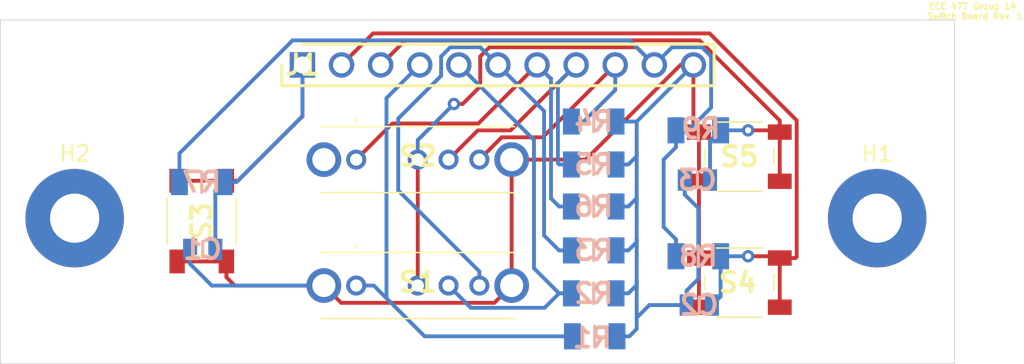
<source format=kicad_pcb>
(kicad_pcb (version 20171130) (host pcbnew "(5.1.5)-3")

  (general
    (thickness 1.6)
    (drawings 5)
    (tracks 178)
    (zones 0)
    (modules 20)
    (nets 12)
  )

  (page A4)
  (layers
    (0 F.Cu signal)
    (31 B.Cu signal)
    (32 B.Adhes user hide)
    (33 F.Adhes user hide)
    (34 B.Paste user hide)
    (35 F.Paste user hide)
    (36 B.SilkS user)
    (37 F.SilkS user)
    (38 B.Mask user)
    (39 F.Mask user)
    (40 Dwgs.User user hide)
    (41 Cmts.User user hide)
    (42 Eco1.User user hide)
    (43 Eco2.User user hide)
    (44 Edge.Cuts user)
    (45 Margin user hide)
    (46 B.CrtYd user)
    (47 F.CrtYd user)
    (48 B.Fab user)
    (49 F.Fab user hide)
  )

  (setup
    (last_trace_width 0.25)
    (trace_clearance 0.2)
    (zone_clearance 0.508)
    (zone_45_only no)
    (trace_min 0.2)
    (via_size 0.8)
    (via_drill 0.4)
    (via_min_size 0.4)
    (via_min_drill 0.3)
    (uvia_size 0.3)
    (uvia_drill 0.1)
    (uvias_allowed no)
    (uvia_min_size 0.2)
    (uvia_min_drill 0.1)
    (edge_width 0.05)
    (segment_width 0.2)
    (pcb_text_width 0.3)
    (pcb_text_size 1.5 1.5)
    (mod_edge_width 0.12)
    (mod_text_size 1 1)
    (mod_text_width 0.15)
    (pad_size 1.524 1.524)
    (pad_drill 0.762)
    (pad_to_mask_clearance 0.051)
    (solder_mask_min_width 0.25)
    (aux_axis_origin 0 0)
    (visible_elements 7FFFFF7F)
    (pcbplotparams
      (layerselection 0x010fc_ffffffff)
      (usegerberextensions false)
      (usegerberattributes false)
      (usegerberadvancedattributes false)
      (creategerberjobfile false)
      (excludeedgelayer true)
      (linewidth 0.100000)
      (plotframeref false)
      (viasonmask false)
      (mode 1)
      (useauxorigin false)
      (hpglpennumber 1)
      (hpglpenspeed 20)
      (hpglpendiameter 15.000000)
      (psnegative false)
      (psa4output false)
      (plotreference true)
      (plotvalue true)
      (plotinvisibletext false)
      (padsonsilk false)
      (subtractmaskfromsilk false)
      (outputformat 1)
      (mirror false)
      (drillshape 1)
      (scaleselection 1)
      (outputdirectory ""))
  )

  (net 0 "")
  (net 1 "Net-(J1-Pad9)")
  (net 2 "Net-(J1-Pad8)")
  (net 3 "Net-(J1-Pad7)")
  (net 4 "Net-(J1-Pad6)")
  (net 5 "Net-(J1-Pad5)")
  (net 6 "Net-(J1-Pad4)")
  (net 7 "Net-(C1-Pad2)")
  (net 8 GND)
  (net 9 "Net-(C2-Pad2)")
  (net 10 "Net-(C3-Pad2)")
  (net 11 +3V3)

  (net_class Default "This is the default net class."
    (clearance 0.2)
    (trace_width 0.25)
    (via_dia 0.8)
    (via_drill 0.4)
    (uvia_dia 0.3)
    (uvia_drill 0.1)
    (add_net +3V3)
    (add_net GND)
    (add_net "Net-(C1-Pad2)")
    (add_net "Net-(C2-Pad2)")
    (add_net "Net-(C3-Pad2)")
    (add_net "Net-(J1-Pad4)")
    (add_net "Net-(J1-Pad5)")
    (add_net "Net-(J1-Pad6)")
    (add_net "Net-(J1-Pad7)")
    (add_net "Net-(J1-Pad8)")
    (add_net "Net-(J1-Pad9)")
  )

  (module SamacSys_Parts:PTS647SM50SMTR2LFS (layer F.Cu) (tedit 0) (tstamp 617049EA)
    (at 138.2395 64.7065)
    (descr PTS647SM50SMTR2LFS-2)
    (tags Switch)
    (path /6177922F)
    (attr smd)
    (fp_text reference S5 (at 0 0) (layer F.SilkS)
      (effects (font (size 1.27 1.27) (thickness 0.254)))
    )
    (fp_text value PTS647SM50SMTR2LFS (at 0 0) (layer F.SilkS) hide
      (effects (font (size 1.27 1.27) (thickness 0.254)))
    )
    (fp_line (start 2.25 -0.5) (end 2.25 0.5) (layer F.SilkS) (width 0.1))
    (fp_line (start -1.5 2.25) (end 1.5 2.25) (layer F.SilkS) (width 0.1))
    (fp_line (start -2.25 -0.5) (end -2.25 0.5) (layer F.SilkS) (width 0.1))
    (fp_line (start -1.5 -2.25) (end 1.5 -2.25) (layer F.SilkS) (width 0.1))
    (fp_line (start -4.4 3.25) (end -4.4 -3.25) (layer F.CrtYd) (width 0.1))
    (fp_line (start 4.4 3.25) (end -4.4 3.25) (layer F.CrtYd) (width 0.1))
    (fp_line (start 4.4 -3.25) (end 4.4 3.25) (layer F.CrtYd) (width 0.1))
    (fp_line (start -4.4 -3.25) (end 4.4 -3.25) (layer F.CrtYd) (width 0.1))
    (fp_line (start -2.25 2.25) (end -2.25 -2.25) (layer F.Fab) (width 0.2))
    (fp_line (start 2.25 2.25) (end -2.25 2.25) (layer F.Fab) (width 0.2))
    (fp_line (start 2.25 -2.25) (end 2.25 2.25) (layer F.Fab) (width 0.2))
    (fp_line (start -2.25 -2.25) (end 2.25 -2.25) (layer F.Fab) (width 0.2))
    (fp_text user %R (at 0 0) (layer F.Fab)
      (effects (font (size 1.27 1.27) (thickness 0.254)))
    )
    (pad 4 smd rect (at 2.625 -1.6 90) (size 1 1.55) (layers F.Cu F.Paste F.Mask)
      (net 10 "Net-(C3-Pad2)"))
    (pad 3 smd rect (at 2.625 1.6 90) (size 1 1.55) (layers F.Cu F.Paste F.Mask)
      (net 10 "Net-(C3-Pad2)"))
    (pad 2 smd rect (at -2.625 1.6 90) (size 1 1.55) (layers F.Cu F.Paste F.Mask)
      (net 8 GND))
    (pad 1 smd rect (at -2.625 -1.6 90) (size 1 1.55) (layers F.Cu F.Paste F.Mask)
      (net 8 GND))
    (model C:\Users\agf20\Downloads\ZLDO1117K33TC-pcb-part-libraries\SamacSys_Parts.3dshapes\PTS647SM50SMTR2LFS.stp
      (at (xyz 0 0 0))
      (scale (xyz 1 1 1))
      (rotate (xyz 0 0 0))
    )
  )

  (module SamacSys_Parts:PTS647SM50SMTR2LFS (layer F.Cu) (tedit 0) (tstamp 617049D5)
    (at 138.2395 72.898)
    (descr PTS647SM50SMTR2LFS-2)
    (tags Switch)
    (path /61776EC6)
    (attr smd)
    (fp_text reference S4 (at -0.1105 0) (layer F.SilkS)
      (effects (font (size 1.27 1.27) (thickness 0.254)))
    )
    (fp_text value PTS647SM50SMTR2LFS (at 0 0) (layer F.SilkS) hide
      (effects (font (size 1.27 1.27) (thickness 0.254)))
    )
    (fp_line (start 2.25 -0.5) (end 2.25 0.5) (layer F.SilkS) (width 0.1))
    (fp_line (start -1.5 2.25) (end 1.5 2.25) (layer F.SilkS) (width 0.1))
    (fp_line (start -2.25 -0.5) (end -2.25 0.5) (layer F.SilkS) (width 0.1))
    (fp_line (start -1.5 -2.25) (end 1.5 -2.25) (layer F.SilkS) (width 0.1))
    (fp_line (start -4.4 3.25) (end -4.4 -3.25) (layer F.CrtYd) (width 0.1))
    (fp_line (start 4.4 3.25) (end -4.4 3.25) (layer F.CrtYd) (width 0.1))
    (fp_line (start 4.4 -3.25) (end 4.4 3.25) (layer F.CrtYd) (width 0.1))
    (fp_line (start -4.4 -3.25) (end 4.4 -3.25) (layer F.CrtYd) (width 0.1))
    (fp_line (start -2.25 2.25) (end -2.25 -2.25) (layer F.Fab) (width 0.2))
    (fp_line (start 2.25 2.25) (end -2.25 2.25) (layer F.Fab) (width 0.2))
    (fp_line (start 2.25 -2.25) (end 2.25 2.25) (layer F.Fab) (width 0.2))
    (fp_line (start -2.25 -2.25) (end 2.25 -2.25) (layer F.Fab) (width 0.2))
    (fp_text user %R (at 0 0) (layer F.Fab)
      (effects (font (size 1.27 1.27) (thickness 0.254)))
    )
    (pad 4 smd rect (at 2.625 -1.6 90) (size 1 1.55) (layers F.Cu F.Paste F.Mask)
      (net 9 "Net-(C2-Pad2)"))
    (pad 3 smd rect (at 2.625 1.6 90) (size 1 1.55) (layers F.Cu F.Paste F.Mask)
      (net 9 "Net-(C2-Pad2)"))
    (pad 2 smd rect (at -2.625 1.6 90) (size 1 1.55) (layers F.Cu F.Paste F.Mask)
      (net 8 GND))
    (pad 1 smd rect (at -2.625 -1.6 90) (size 1 1.55) (layers F.Cu F.Paste F.Mask)
      (net 8 GND))
    (model C:\Users\agf20\Downloads\ZLDO1117K33TC-pcb-part-libraries\SamacSys_Parts.3dshapes\PTS647SM50SMTR2LFS.stp
      (at (xyz 0 0 0))
      (scale (xyz 1 1 1))
      (rotate (xyz 0 0 0))
    )
  )

  (module SamacSys_Parts:PTS647SM50SMTR2LFS (layer F.Cu) (tedit 0) (tstamp 617049C0)
    (at 103.3145 68.8975 90)
    (descr PTS647SM50SMTR2LFS-2)
    (tags Switch)
    (path /616AAC5F)
    (attr smd)
    (fp_text reference S3 (at 0 0 90) (layer F.SilkS)
      (effects (font (size 1.27 1.27) (thickness 0.254)))
    )
    (fp_text value PTS647SM50SMTR2LFS (at 0 0 90) (layer F.SilkS) hide
      (effects (font (size 1.27 1.27) (thickness 0.254)))
    )
    (fp_line (start 2.25 -0.5) (end 2.25 0.5) (layer F.SilkS) (width 0.1))
    (fp_line (start -1.5 2.25) (end 1.5 2.25) (layer F.SilkS) (width 0.1))
    (fp_line (start -2.25 -0.5) (end -2.25 0.5) (layer F.SilkS) (width 0.1))
    (fp_line (start -1.5 -2.25) (end 1.5 -2.25) (layer F.SilkS) (width 0.1))
    (fp_line (start -4.4 3.25) (end -4.4 -3.25) (layer F.CrtYd) (width 0.1))
    (fp_line (start 4.4 3.25) (end -4.4 3.25) (layer F.CrtYd) (width 0.1))
    (fp_line (start 4.4 -3.25) (end 4.4 3.25) (layer F.CrtYd) (width 0.1))
    (fp_line (start -4.4 -3.25) (end 4.4 -3.25) (layer F.CrtYd) (width 0.1))
    (fp_line (start -2.25 2.25) (end -2.25 -2.25) (layer F.Fab) (width 0.2))
    (fp_line (start 2.25 2.25) (end -2.25 2.25) (layer F.Fab) (width 0.2))
    (fp_line (start 2.25 -2.25) (end 2.25 2.25) (layer F.Fab) (width 0.2))
    (fp_line (start -2.25 -2.25) (end 2.25 -2.25) (layer F.Fab) (width 0.2))
    (fp_text user %R (at 0 0 90) (layer F.Fab)
      (effects (font (size 1.27 1.27) (thickness 0.254)))
    )
    (pad 4 smd rect (at 2.625 -1.6 180) (size 1 1.55) (layers F.Cu F.Paste F.Mask)
      (net 7 "Net-(C1-Pad2)"))
    (pad 3 smd rect (at 2.625 1.6 180) (size 1 1.55) (layers F.Cu F.Paste F.Mask)
      (net 7 "Net-(C1-Pad2)"))
    (pad 2 smd rect (at -2.625 1.6 180) (size 1 1.55) (layers F.Cu F.Paste F.Mask)
      (net 8 GND))
    (pad 1 smd rect (at -2.625 -1.6 180) (size 1 1.55) (layers F.Cu F.Paste F.Mask)
      (net 8 GND))
    (model C:\Users\agf20\Downloads\ZLDO1117K33TC-pcb-part-libraries\SamacSys_Parts.3dshapes\PTS647SM50SMTR2LFS.stp
      (at (xyz 0 0 0))
      (scale (xyz 1 1 1))
      (rotate (xyz 0 0 0))
    )
  )

  (module buttons:switch (layer F.Cu) (tedit 0) (tstamp 617049AB)
    (at 117.348 64.897)
    (descr OS103011MS8QP1)
    (tags Switch)
    (path /6164DD98)
    (fp_text reference S2 (at 0 -0.225) (layer F.SilkS)
      (effects (font (size 1.27 1.27) (thickness 0.254)))
    )
    (fp_text value switch (at 0 -0.225) (layer F.SilkS) hide
      (effects (font (size 1.27 1.27) (thickness 0.254)))
    )
    (fp_arc (start -4 -2.55) (end -4 -2.6) (angle 180) (layer F.SilkS) (width 0.1))
    (fp_arc (start -4 -2.55) (end -4 -2.5) (angle 180) (layer F.SilkS) (width 0.1))
    (fp_line (start -4 -2.6) (end -4 -2.6) (layer F.SilkS) (width 0.1))
    (fp_line (start -4 -2.5) (end -4 -2.5) (layer F.SilkS) (width 0.1))
    (fp_line (start -6.3 -2.15) (end 6.3 -2.15) (layer F.SilkS) (width 0.1))
    (fp_line (start -6.3 2.15) (end 6.3 2.15) (layer F.SilkS) (width 0.1))
    (fp_line (start -8.225 3.15) (end -8.225 -3.6) (layer F.CrtYd) (width 0.1))
    (fp_line (start 8.225 3.15) (end -8.225 3.15) (layer F.CrtYd) (width 0.1))
    (fp_line (start 8.225 -3.6) (end 8.225 3.15) (layer F.CrtYd) (width 0.1))
    (fp_line (start -8.225 -3.6) (end 8.225 -3.6) (layer F.CrtYd) (width 0.1))
    (fp_line (start -6.3 2.15) (end -6.3 -2.15) (layer F.Fab) (width 0.2))
    (fp_line (start 6.3 2.15) (end -6.3 2.15) (layer F.Fab) (width 0.2))
    (fp_line (start 6.3 -2.15) (end 6.3 2.15) (layer F.Fab) (width 0.2))
    (fp_line (start -6.3 -2.15) (end 6.3 -2.15) (layer F.Fab) (width 0.2))
    (fp_text user %R (at 0 -0.225) (layer F.Fab)
      (effects (font (size 1.27 1.27) (thickness 0.254)))
    )
    (pad 6 thru_hole circle (at 6.1 0) (size 2.25 2.25) (drill 1.5) (layers *.Cu *.Mask)
      (net 8 GND))
    (pad 5 thru_hole circle (at -6.1 0) (size 2.25 2.25) (drill 1.5) (layers *.Cu *.Mask)
      (net 8 GND))
    (pad 4 thru_hole circle (at 4 0) (size 1.3 1.3) (drill 0.8) (layers *.Cu *.Mask)
      (net 1 "Net-(J1-Pad9)"))
    (pad 3 thru_hole circle (at 2 0) (size 1.3 1.3) (drill 0.8) (layers *.Cu *.Mask)
      (net 2 "Net-(J1-Pad8)"))
    (pad 2 thru_hole circle (at 0 0) (size 1.3 1.3) (drill 0.8) (layers *.Cu *.Mask)
      (net 11 +3V3))
    (pad 1 thru_hole circle (at -4 0) (size 1.3 1.3) (drill 0.8) (layers *.Cu *.Mask)
      (net 3 "Net-(J1-Pad7)"))
    (model C:\Users\munse\Downloads\SamacSys_Parts.3dshapes\OS103011MS8QP1.stp
      (at (xyz 0 0 0))
      (scale (xyz 1 1 1))
      (rotate (xyz 0 0 0))
    )
  )

  (module buttons:switch (layer F.Cu) (tedit 0) (tstamp 61704992)
    (at 117.348 73.0885)
    (descr OS103011MS8QP1)
    (tags Switch)
    (path /6164C06F)
    (fp_text reference S1 (at 0 -0.225) (layer F.SilkS)
      (effects (font (size 1.27 1.27) (thickness 0.254)))
    )
    (fp_text value switch (at 0 -0.225) (layer F.SilkS) hide
      (effects (font (size 1.27 1.27) (thickness 0.254)))
    )
    (fp_arc (start -4 -2.55) (end -4 -2.6) (angle 180) (layer F.SilkS) (width 0.1))
    (fp_arc (start -4 -2.55) (end -4 -2.5) (angle 180) (layer F.SilkS) (width 0.1))
    (fp_line (start -4 -2.6) (end -4 -2.6) (layer F.SilkS) (width 0.1))
    (fp_line (start -4 -2.5) (end -4 -2.5) (layer F.SilkS) (width 0.1))
    (fp_line (start -6.3 -2.15) (end 6.3 -2.15) (layer F.SilkS) (width 0.1))
    (fp_line (start -6.3 2.15) (end 6.3 2.15) (layer F.SilkS) (width 0.1))
    (fp_line (start -8.225 3.15) (end -8.225 -3.6) (layer F.CrtYd) (width 0.1))
    (fp_line (start 8.225 3.15) (end -8.225 3.15) (layer F.CrtYd) (width 0.1))
    (fp_line (start 8.225 -3.6) (end 8.225 3.15) (layer F.CrtYd) (width 0.1))
    (fp_line (start -8.225 -3.6) (end 8.225 -3.6) (layer F.CrtYd) (width 0.1))
    (fp_line (start -6.3 2.15) (end -6.3 -2.15) (layer F.Fab) (width 0.2))
    (fp_line (start 6.3 2.15) (end -6.3 2.15) (layer F.Fab) (width 0.2))
    (fp_line (start 6.3 -2.15) (end 6.3 2.15) (layer F.Fab) (width 0.2))
    (fp_line (start -6.3 -2.15) (end 6.3 -2.15) (layer F.Fab) (width 0.2))
    (fp_text user %R (at 0 -0.225) (layer F.Fab)
      (effects (font (size 1.27 1.27) (thickness 0.254)))
    )
    (pad 6 thru_hole circle (at 6.1 0) (size 2.25 2.25) (drill 1.5) (layers *.Cu *.Mask)
      (net 8 GND))
    (pad 5 thru_hole circle (at -6.1 0) (size 2.25 2.25) (drill 1.5) (layers *.Cu *.Mask)
      (net 8 GND))
    (pad 4 thru_hole circle (at 4 0) (size 1.3 1.3) (drill 0.8) (layers *.Cu *.Mask)
      (net 4 "Net-(J1-Pad6)"))
    (pad 3 thru_hole circle (at 2 0) (size 1.3 1.3) (drill 0.8) (layers *.Cu *.Mask)
      (net 5 "Net-(J1-Pad5)"))
    (pad 2 thru_hole circle (at 0 0) (size 1.3 1.3) (drill 0.8) (layers *.Cu *.Mask)
      (net 11 +3V3))
    (pad 1 thru_hole circle (at -4 0) (size 1.3 1.3) (drill 0.8) (layers *.Cu *.Mask)
      (net 6 "Net-(J1-Pad4)"))
    (model C:\Users\munse\Downloads\SamacSys_Parts.3dshapes\OS103011MS8QP1.stp
      (at (xyz 0 0 0))
      (scale (xyz 1 1 1))
      (rotate (xyz 0 0 0))
    )
  )

  (module SamacSys_Parts:RESC3116X70N (layer B.Cu) (tedit 0) (tstamp 61704979)
    (at 135.5725 62.992 180)
    (descr ERJ-UP8F6800V)
    (tags Resistor)
    (path /6177B9C3)
    (attr smd)
    (fp_text reference R9 (at -0.1645 0.1135) (layer B.SilkS)
      (effects (font (size 1.27 1.27) (thickness 0.254)) (justify mirror))
    )
    (fp_text value 100k (at 0 0) (layer B.SilkS) hide
      (effects (font (size 1.27 1.27) (thickness 0.254)) (justify mirror))
    )
    (fp_line (start 0 0.675) (end 0 -0.675) (layer B.SilkS) (width 0.2))
    (fp_line (start -1.562 -0.775) (end -1.562 0.775) (layer B.Fab) (width 0.1))
    (fp_line (start 1.562 -0.775) (end -1.562 -0.775) (layer B.Fab) (width 0.1))
    (fp_line (start 1.562 0.775) (end 1.562 -0.775) (layer B.Fab) (width 0.1))
    (fp_line (start -1.562 0.775) (end 1.562 0.775) (layer B.Fab) (width 0.1))
    (fp_line (start -2.25 -1.1) (end -2.25 1.1) (layer B.CrtYd) (width 0.05))
    (fp_line (start 2.25 -1.1) (end -2.25 -1.1) (layer B.CrtYd) (width 0.05))
    (fp_line (start 2.25 1.1) (end 2.25 -1.1) (layer B.CrtYd) (width 0.05))
    (fp_line (start -2.25 1.1) (end 2.25 1.1) (layer B.CrtYd) (width 0.05))
    (fp_text user %R (at 0 0) (layer B.Fab)
      (effects (font (size 1.27 1.27) (thickness 0.254)) (justify mirror))
    )
    (pad 2 smd rect (at 1.45 0 180) (size 1.1 1.7) (layers B.Cu B.Paste B.Mask)
      (net 11 +3V3))
    (pad 1 smd rect (at -1.45 0 180) (size 1.1 1.7) (layers B.Cu B.Paste B.Mask)
      (net 10 "Net-(C3-Pad2)"))
    (model C:\Users\agf20\Downloads\ZLDO1117K33TC-pcb-part-libraries\SamacSys_Parts.3dshapes\ERJ-UP8F6800V.stp
      (at (xyz 0 0 0))
      (scale (xyz 1 1 1))
      (rotate (xyz 0 0 0))
    )
  )

  (module SamacSys_Parts:RESC3116X70N (layer B.Cu) (tedit 0) (tstamp 61704969)
    (at 135.5725 71.1835 180)
    (descr ERJ-UP8F6800V)
    (tags Resistor)
    (path /6177B243)
    (attr smd)
    (fp_text reference R8 (at 0 0) (layer B.SilkS)
      (effects (font (size 1.27 1.27) (thickness 0.254)) (justify mirror))
    )
    (fp_text value 100k (at 0 0) (layer B.SilkS) hide
      (effects (font (size 1.27 1.27) (thickness 0.254)) (justify mirror))
    )
    (fp_line (start 0 0.675) (end 0 -0.675) (layer B.SilkS) (width 0.2))
    (fp_line (start -1.562 -0.775) (end -1.562 0.775) (layer B.Fab) (width 0.1))
    (fp_line (start 1.562 -0.775) (end -1.562 -0.775) (layer B.Fab) (width 0.1))
    (fp_line (start 1.562 0.775) (end 1.562 -0.775) (layer B.Fab) (width 0.1))
    (fp_line (start -1.562 0.775) (end 1.562 0.775) (layer B.Fab) (width 0.1))
    (fp_line (start -2.25 -1.1) (end -2.25 1.1) (layer B.CrtYd) (width 0.05))
    (fp_line (start 2.25 -1.1) (end -2.25 -1.1) (layer B.CrtYd) (width 0.05))
    (fp_line (start 2.25 1.1) (end 2.25 -1.1) (layer B.CrtYd) (width 0.05))
    (fp_line (start -2.25 1.1) (end 2.25 1.1) (layer B.CrtYd) (width 0.05))
    (fp_text user %R (at 0 0) (layer B.Fab)
      (effects (font (size 1.27 1.27) (thickness 0.254)) (justify mirror))
    )
    (pad 2 smd rect (at 1.45 0 180) (size 1.1 1.7) (layers B.Cu B.Paste B.Mask)
      (net 11 +3V3))
    (pad 1 smd rect (at -1.45 0 180) (size 1.1 1.7) (layers B.Cu B.Paste B.Mask)
      (net 9 "Net-(C2-Pad2)"))
    (model C:\Users\agf20\Downloads\ZLDO1117K33TC-pcb-part-libraries\SamacSys_Parts.3dshapes\ERJ-UP8F6800V.stp
      (at (xyz 0 0 0))
      (scale (xyz 1 1 1))
      (rotate (xyz 0 0 0))
    )
  )

  (module SamacSys_Parts:RESC3116X70N (layer B.Cu) (tedit 0) (tstamp 61704959)
    (at 103.3145 66.3575 180)
    (descr ERJ-UP8F6800V)
    (tags Resistor)
    (path /616971F3)
    (attr smd)
    (fp_text reference R7 (at 0 0) (layer B.SilkS)
      (effects (font (size 1.27 1.27) (thickness 0.254)) (justify mirror))
    )
    (fp_text value 100k (at 0 0) (layer B.SilkS) hide
      (effects (font (size 1.27 1.27) (thickness 0.254)) (justify mirror))
    )
    (fp_line (start 0 0.675) (end 0 -0.675) (layer B.SilkS) (width 0.2))
    (fp_line (start -1.562 -0.775) (end -1.562 0.775) (layer B.Fab) (width 0.1))
    (fp_line (start 1.562 -0.775) (end -1.562 -0.775) (layer B.Fab) (width 0.1))
    (fp_line (start 1.562 0.775) (end 1.562 -0.775) (layer B.Fab) (width 0.1))
    (fp_line (start -1.562 0.775) (end 1.562 0.775) (layer B.Fab) (width 0.1))
    (fp_line (start -2.25 -1.1) (end -2.25 1.1) (layer B.CrtYd) (width 0.05))
    (fp_line (start 2.25 -1.1) (end -2.25 -1.1) (layer B.CrtYd) (width 0.05))
    (fp_line (start 2.25 1.1) (end 2.25 -1.1) (layer B.CrtYd) (width 0.05))
    (fp_line (start -2.25 1.1) (end 2.25 1.1) (layer B.CrtYd) (width 0.05))
    (fp_text user %R (at 0 0) (layer B.Fab)
      (effects (font (size 1.27 1.27) (thickness 0.254)) (justify mirror))
    )
    (pad 2 smd rect (at 1.45 0 180) (size 1.1 1.7) (layers B.Cu B.Paste B.Mask)
      (net 11 +3V3))
    (pad 1 smd rect (at -1.45 0 180) (size 1.1 1.7) (layers B.Cu B.Paste B.Mask)
      (net 7 "Net-(C1-Pad2)"))
    (model C:\Users\agf20\Downloads\ZLDO1117K33TC-pcb-part-libraries\SamacSys_Parts.3dshapes\ERJ-UP8F6800V.stp
      (at (xyz 0 0 0))
      (scale (xyz 1 1 1))
      (rotate (xyz 0 0 0))
    )
  )

  (module SamacSys_Parts:RESC3116X70N (layer B.Cu) (tedit 0) (tstamp 61704949)
    (at 128.778 67.945)
    (descr ERJ-UP8F6800V)
    (tags Resistor)
    (path /61660EE1)
    (attr smd)
    (fp_text reference R6 (at 0 0) (layer B.SilkS)
      (effects (font (size 1.27 1.27) (thickness 0.254)) (justify mirror))
    )
    (fp_text value 100k (at 0 0) (layer B.SilkS) hide
      (effects (font (size 1.27 1.27) (thickness 0.254)) (justify mirror))
    )
    (fp_line (start 0 0.675) (end 0 -0.675) (layer B.SilkS) (width 0.2))
    (fp_line (start -1.562 -0.775) (end -1.562 0.775) (layer B.Fab) (width 0.1))
    (fp_line (start 1.562 -0.775) (end -1.562 -0.775) (layer B.Fab) (width 0.1))
    (fp_line (start 1.562 0.775) (end 1.562 -0.775) (layer B.Fab) (width 0.1))
    (fp_line (start -1.562 0.775) (end 1.562 0.775) (layer B.Fab) (width 0.1))
    (fp_line (start -2.25 -1.1) (end -2.25 1.1) (layer B.CrtYd) (width 0.05))
    (fp_line (start 2.25 -1.1) (end -2.25 -1.1) (layer B.CrtYd) (width 0.05))
    (fp_line (start 2.25 1.1) (end 2.25 -1.1) (layer B.CrtYd) (width 0.05))
    (fp_line (start -2.25 1.1) (end 2.25 1.1) (layer B.CrtYd) (width 0.05))
    (fp_text user %R (at 0 0) (layer B.Fab)
      (effects (font (size 1.27 1.27) (thickness 0.254)) (justify mirror))
    )
    (pad 2 smd rect (at 1.45 0) (size 1.1 1.7) (layers B.Cu B.Paste B.Mask)
      (net 8 GND))
    (pad 1 smd rect (at -1.45 0) (size 1.1 1.7) (layers B.Cu B.Paste B.Mask)
      (net 3 "Net-(J1-Pad7)"))
    (model C:\Users\agf20\Downloads\ZLDO1117K33TC-pcb-part-libraries\SamacSys_Parts.3dshapes\ERJ-UP8F6800V.stp
      (at (xyz 0 0 0))
      (scale (xyz 1 1 1))
      (rotate (xyz 0 0 0))
    )
  )

  (module SamacSys_Parts:RESC3116X70N (layer B.Cu) (tedit 0) (tstamp 61704939)
    (at 128.778 65.2145)
    (descr ERJ-UP8F6800V)
    (tags Resistor)
    (path /6166153F)
    (attr smd)
    (fp_text reference R5 (at 0 0) (layer B.SilkS)
      (effects (font (size 1.27 1.27) (thickness 0.254)) (justify mirror))
    )
    (fp_text value 100k (at 0 0) (layer B.SilkS) hide
      (effects (font (size 1.27 1.27) (thickness 0.254)) (justify mirror))
    )
    (fp_line (start 0 0.675) (end 0 -0.675) (layer B.SilkS) (width 0.2))
    (fp_line (start -1.562 -0.775) (end -1.562 0.775) (layer B.Fab) (width 0.1))
    (fp_line (start 1.562 -0.775) (end -1.562 -0.775) (layer B.Fab) (width 0.1))
    (fp_line (start 1.562 0.775) (end 1.562 -0.775) (layer B.Fab) (width 0.1))
    (fp_line (start -1.562 0.775) (end 1.562 0.775) (layer B.Fab) (width 0.1))
    (fp_line (start -2.25 -1.1) (end -2.25 1.1) (layer B.CrtYd) (width 0.05))
    (fp_line (start 2.25 -1.1) (end -2.25 -1.1) (layer B.CrtYd) (width 0.05))
    (fp_line (start 2.25 1.1) (end 2.25 -1.1) (layer B.CrtYd) (width 0.05))
    (fp_line (start -2.25 1.1) (end 2.25 1.1) (layer B.CrtYd) (width 0.05))
    (fp_text user %R (at 0 0) (layer B.Fab)
      (effects (font (size 1.27 1.27) (thickness 0.254)) (justify mirror))
    )
    (pad 2 smd rect (at 1.45 0) (size 1.1 1.7) (layers B.Cu B.Paste B.Mask)
      (net 8 GND))
    (pad 1 smd rect (at -1.45 0) (size 1.1 1.7) (layers B.Cu B.Paste B.Mask)
      (net 2 "Net-(J1-Pad8)"))
    (model C:\Users\agf20\Downloads\ZLDO1117K33TC-pcb-part-libraries\SamacSys_Parts.3dshapes\ERJ-UP8F6800V.stp
      (at (xyz 0 0 0))
      (scale (xyz 1 1 1))
      (rotate (xyz 0 0 0))
    )
  )

  (module SamacSys_Parts:RESC3116X70N (layer B.Cu) (tedit 0) (tstamp 61704929)
    (at 128.778 62.4205)
    (descr ERJ-UP8F6800V)
    (tags Resistor)
    (path /616616FD)
    (attr smd)
    (fp_text reference R4 (at 0 0) (layer B.SilkS)
      (effects (font (size 1.27 1.27) (thickness 0.254)) (justify mirror))
    )
    (fp_text value 100k (at 0 0) (layer B.SilkS) hide
      (effects (font (size 1.27 1.27) (thickness 0.254)) (justify mirror))
    )
    (fp_line (start 0 0.675) (end 0 -0.675) (layer B.SilkS) (width 0.2))
    (fp_line (start -1.562 -0.775) (end -1.562 0.775) (layer B.Fab) (width 0.1))
    (fp_line (start 1.562 -0.775) (end -1.562 -0.775) (layer B.Fab) (width 0.1))
    (fp_line (start 1.562 0.775) (end 1.562 -0.775) (layer B.Fab) (width 0.1))
    (fp_line (start -1.562 0.775) (end 1.562 0.775) (layer B.Fab) (width 0.1))
    (fp_line (start -2.25 -1.1) (end -2.25 1.1) (layer B.CrtYd) (width 0.05))
    (fp_line (start 2.25 -1.1) (end -2.25 -1.1) (layer B.CrtYd) (width 0.05))
    (fp_line (start 2.25 1.1) (end 2.25 -1.1) (layer B.CrtYd) (width 0.05))
    (fp_line (start -2.25 1.1) (end 2.25 1.1) (layer B.CrtYd) (width 0.05))
    (fp_text user %R (at 0 0) (layer B.Fab)
      (effects (font (size 1.27 1.27) (thickness 0.254)) (justify mirror))
    )
    (pad 2 smd rect (at 1.45 0) (size 1.1 1.7) (layers B.Cu B.Paste B.Mask)
      (net 8 GND))
    (pad 1 smd rect (at -1.45 0) (size 1.1 1.7) (layers B.Cu B.Paste B.Mask)
      (net 1 "Net-(J1-Pad9)"))
    (model C:\Users\agf20\Downloads\ZLDO1117K33TC-pcb-part-libraries\SamacSys_Parts.3dshapes\ERJ-UP8F6800V.stp
      (at (xyz 0 0 0))
      (scale (xyz 1 1 1))
      (rotate (xyz 0 0 0))
    )
  )

  (module SamacSys_Parts:RESC3116X70N (layer B.Cu) (tedit 0) (tstamp 61704919)
    (at 128.778 70.8025)
    (descr ERJ-UP8F6800V)
    (tags Resistor)
    (path /61660E97)
    (attr smd)
    (fp_text reference R3 (at 0 0) (layer B.SilkS)
      (effects (font (size 1.27 1.27) (thickness 0.254)) (justify mirror))
    )
    (fp_text value 100k (at 0 0) (layer B.SilkS) hide
      (effects (font (size 1.27 1.27) (thickness 0.254)) (justify mirror))
    )
    (fp_line (start 0 0.675) (end 0 -0.675) (layer B.SilkS) (width 0.2))
    (fp_line (start -1.562 -0.775) (end -1.562 0.775) (layer B.Fab) (width 0.1))
    (fp_line (start 1.562 -0.775) (end -1.562 -0.775) (layer B.Fab) (width 0.1))
    (fp_line (start 1.562 0.775) (end 1.562 -0.775) (layer B.Fab) (width 0.1))
    (fp_line (start -1.562 0.775) (end 1.562 0.775) (layer B.Fab) (width 0.1))
    (fp_line (start -2.25 -1.1) (end -2.25 1.1) (layer B.CrtYd) (width 0.05))
    (fp_line (start 2.25 -1.1) (end -2.25 -1.1) (layer B.CrtYd) (width 0.05))
    (fp_line (start 2.25 1.1) (end 2.25 -1.1) (layer B.CrtYd) (width 0.05))
    (fp_line (start -2.25 1.1) (end 2.25 1.1) (layer B.CrtYd) (width 0.05))
    (fp_text user %R (at 0 0) (layer B.Fab)
      (effects (font (size 1.27 1.27) (thickness 0.254)) (justify mirror))
    )
    (pad 2 smd rect (at 1.45 0) (size 1.1 1.7) (layers B.Cu B.Paste B.Mask)
      (net 8 GND))
    (pad 1 smd rect (at -1.45 0) (size 1.1 1.7) (layers B.Cu B.Paste B.Mask)
      (net 4 "Net-(J1-Pad6)"))
    (model C:\Users\agf20\Downloads\ZLDO1117K33TC-pcb-part-libraries\SamacSys_Parts.3dshapes\ERJ-UP8F6800V.stp
      (at (xyz 0 0 0))
      (scale (xyz 1 1 1))
      (rotate (xyz 0 0 0))
    )
  )

  (module SamacSys_Parts:RESC3116X70N (layer B.Cu) (tedit 0) (tstamp 61704909)
    (at 128.778 73.5965)
    (descr ERJ-UP8F6800V)
    (tags Resistor)
    (path /61660A95)
    (attr smd)
    (fp_text reference R2 (at 0 0) (layer B.SilkS)
      (effects (font (size 1.27 1.27) (thickness 0.254)) (justify mirror))
    )
    (fp_text value 100k (at 0 0) (layer B.SilkS) hide
      (effects (font (size 1.27 1.27) (thickness 0.254)) (justify mirror))
    )
    (fp_line (start 0 0.675) (end 0 -0.675) (layer B.SilkS) (width 0.2))
    (fp_line (start -1.562 -0.775) (end -1.562 0.775) (layer B.Fab) (width 0.1))
    (fp_line (start 1.562 -0.775) (end -1.562 -0.775) (layer B.Fab) (width 0.1))
    (fp_line (start 1.562 0.775) (end 1.562 -0.775) (layer B.Fab) (width 0.1))
    (fp_line (start -1.562 0.775) (end 1.562 0.775) (layer B.Fab) (width 0.1))
    (fp_line (start -2.25 -1.1) (end -2.25 1.1) (layer B.CrtYd) (width 0.05))
    (fp_line (start 2.25 -1.1) (end -2.25 -1.1) (layer B.CrtYd) (width 0.05))
    (fp_line (start 2.25 1.1) (end 2.25 -1.1) (layer B.CrtYd) (width 0.05))
    (fp_line (start -2.25 1.1) (end 2.25 1.1) (layer B.CrtYd) (width 0.05))
    (fp_text user %R (at 0 0) (layer B.Fab)
      (effects (font (size 1.27 1.27) (thickness 0.254)) (justify mirror))
    )
    (pad 2 smd rect (at 1.45 0) (size 1.1 1.7) (layers B.Cu B.Paste B.Mask)
      (net 8 GND))
    (pad 1 smd rect (at -1.45 0) (size 1.1 1.7) (layers B.Cu B.Paste B.Mask)
      (net 5 "Net-(J1-Pad5)"))
    (model C:\Users\agf20\Downloads\ZLDO1117K33TC-pcb-part-libraries\SamacSys_Parts.3dshapes\ERJ-UP8F6800V.stp
      (at (xyz 0 0 0))
      (scale (xyz 1 1 1))
      (rotate (xyz 0 0 0))
    )
  )

  (module SamacSys_Parts:RESC3116X70N (layer B.Cu) (tedit 0) (tstamp 617048F9)
    (at 128.8415 76.3905)
    (descr ERJ-UP8F6800V)
    (tags Resistor)
    (path /6165A726)
    (attr smd)
    (fp_text reference R1 (at -0.1645 0.102) (layer B.SilkS)
      (effects (font (size 1.27 1.27) (thickness 0.254)) (justify mirror))
    )
    (fp_text value 100k (at 0 0) (layer B.SilkS) hide
      (effects (font (size 1.27 1.27) (thickness 0.254)) (justify mirror))
    )
    (fp_line (start 0 0.675) (end 0 -0.675) (layer B.SilkS) (width 0.2))
    (fp_line (start -1.562 -0.775) (end -1.562 0.775) (layer B.Fab) (width 0.1))
    (fp_line (start 1.562 -0.775) (end -1.562 -0.775) (layer B.Fab) (width 0.1))
    (fp_line (start 1.562 0.775) (end 1.562 -0.775) (layer B.Fab) (width 0.1))
    (fp_line (start -1.562 0.775) (end 1.562 0.775) (layer B.Fab) (width 0.1))
    (fp_line (start -2.25 -1.1) (end -2.25 1.1) (layer B.CrtYd) (width 0.05))
    (fp_line (start 2.25 -1.1) (end -2.25 -1.1) (layer B.CrtYd) (width 0.05))
    (fp_line (start 2.25 1.1) (end 2.25 -1.1) (layer B.CrtYd) (width 0.05))
    (fp_line (start -2.25 1.1) (end 2.25 1.1) (layer B.CrtYd) (width 0.05))
    (fp_text user %R (at 0 0) (layer B.Fab)
      (effects (font (size 1.27 1.27) (thickness 0.254)) (justify mirror))
    )
    (pad 2 smd rect (at 1.45 0) (size 1.1 1.7) (layers B.Cu B.Paste B.Mask)
      (net 8 GND))
    (pad 1 smd rect (at -1.45 0) (size 1.1 1.7) (layers B.Cu B.Paste B.Mask)
      (net 6 "Net-(J1-Pad4)"))
    (model C:\Users\agf20\Downloads\ZLDO1117K33TC-pcb-part-libraries\SamacSys_Parts.3dshapes\ERJ-UP8F6800V.stp
      (at (xyz 0 0 0))
      (scale (xyz 1 1 1))
      (rotate (xyz 0 0 0))
    )
  )

  (module buttons:HDRV11W62P0X254_1X11_2794X240X853P (layer F.Cu) (tedit 0) (tstamp 617048E9)
    (at 109.855 58.7375)
    (descr 77311-118-11LF)
    (tags Connector)
    (path /617A2208)
    (fp_text reference J1 (at 0 0) (layer F.SilkS)
      (effects (font (size 1.27 1.27) (thickness 0.254)))
    )
    (fp_text value 77311-862-11LF (at 0 0) (layer F.SilkS) hide
      (effects (font (size 1.27 1.27) (thickness 0.254)))
    )
    (fp_line (start 26.745 -1.35) (end 0 -1.35) (layer F.SilkS) (width 0.2))
    (fp_line (start 26.745 1.35) (end 26.745 -1.35) (layer F.SilkS) (width 0.2))
    (fp_line (start -1.345 1.35) (end 26.745 1.35) (layer F.SilkS) (width 0.2))
    (fp_line (start -1.345 0) (end -1.345 1.35) (layer F.SilkS) (width 0.2))
    (fp_line (start 26.745 1.35) (end -1.345 1.35) (layer F.Fab) (width 0.1))
    (fp_line (start 26.745 -1.35) (end 26.745 1.35) (layer F.Fab) (width 0.1))
    (fp_line (start -1.345 -1.35) (end 26.745 -1.35) (layer F.Fab) (width 0.1))
    (fp_line (start -1.345 1.35) (end -1.345 -1.35) (layer F.Fab) (width 0.1))
    (fp_line (start 26.995 1.6) (end -1.595 1.6) (layer F.CrtYd) (width 0.05))
    (fp_line (start 26.995 -1.6) (end 26.995 1.6) (layer F.CrtYd) (width 0.05))
    (fp_line (start -1.595 -1.6) (end 26.995 -1.6) (layer F.CrtYd) (width 0.05))
    (fp_line (start -1.595 1.6) (end -1.595 -1.6) (layer F.CrtYd) (width 0.05))
    (fp_text user %R (at 0 0) (layer F.Fab)
      (effects (font (size 1.27 1.27) (thickness 0.254)))
    )
    (pad 11 thru_hole circle (at 25.4 0) (size 1.65 1.65) (drill 1.1) (layers *.Cu *.Mask)
      (net 8 GND))
    (pad 10 thru_hole circle (at 22.86 0) (size 1.65 1.65) (drill 1.1) (layers *.Cu *.Mask)
      (net 11 +3V3))
    (pad 9 thru_hole circle (at 20.32 0) (size 1.65 1.65) (drill 1.1) (layers *.Cu *.Mask)
      (net 1 "Net-(J1-Pad9)"))
    (pad 8 thru_hole circle (at 17.78 0) (size 1.65 1.65) (drill 1.1) (layers *.Cu *.Mask)
      (net 2 "Net-(J1-Pad8)"))
    (pad 7 thru_hole circle (at 15.24 0) (size 1.65 1.65) (drill 1.1) (layers *.Cu *.Mask)
      (net 3 "Net-(J1-Pad7)"))
    (pad 6 thru_hole circle (at 12.7 0) (size 1.65 1.65) (drill 1.1) (layers *.Cu *.Mask)
      (net 4 "Net-(J1-Pad6)"))
    (pad 5 thru_hole circle (at 10.16 0) (size 1.65 1.65) (drill 1.1) (layers *.Cu *.Mask)
      (net 5 "Net-(J1-Pad5)"))
    (pad 4 thru_hole circle (at 7.62 0) (size 1.65 1.65) (drill 1.1) (layers *.Cu *.Mask)
      (net 6 "Net-(J1-Pad4)"))
    (pad 3 thru_hole circle (at 5.08 0) (size 1.65 1.65) (drill 1.1) (layers *.Cu *.Mask)
      (net 10 "Net-(C3-Pad2)"))
    (pad 2 thru_hole circle (at 2.54 0) (size 1.65 1.65) (drill 1.1) (layers *.Cu *.Mask)
      (net 9 "Net-(C2-Pad2)"))
    (pad 1 thru_hole rect (at 0 0) (size 1.65 1.65) (drill 1.1) (layers *.Cu *.Mask)
      (net 7 "Net-(C1-Pad2)"))
    (model C:\Users\munse\Downloads\SamacSys_Parts.3dshapes\77311-862-11LF.stp
      (at (xyz 0 0 0))
      (scale (xyz 1 1 1))
      (rotate (xyz 0 0 0))
    )
  )

  (module buttons:MountingHole_3.2mm_M3_Pad (layer F.Cu) (tedit 56D1B4CB) (tstamp 617048CD)
    (at 95.0595 68.707)
    (descr "Mounting Hole 3.2mm, M3")
    (tags "mounting hole 3.2mm m3")
    (path /6169FA5D)
    (attr virtual)
    (fp_text reference H2 (at 0 -4.2) (layer F.SilkS)
      (effects (font (size 1 1) (thickness 0.15)))
    )
    (fp_text value MountingHole (at 0 4.2) (layer F.Fab)
      (effects (font (size 1 1) (thickness 0.15)))
    )
    (fp_circle (center 0 0) (end 3.45 0) (layer F.CrtYd) (width 0.05))
    (fp_circle (center 0 0) (end 3.2 0) (layer Cmts.User) (width 0.15))
    (fp_text user %R (at 0.3 0) (layer F.Fab)
      (effects (font (size 1 1) (thickness 0.15)))
    )
    (pad 1 thru_hole circle (at 0 0) (size 6.4 6.4) (drill 3.2) (layers *.Cu *.Mask))
  )

  (module buttons:MountingHole_3.2mm_M3_Pad (layer F.Cu) (tedit 56D1B4CB) (tstamp 617048C5)
    (at 147.193 68.707)
    (descr "Mounting Hole 3.2mm, M3")
    (tags "mounting hole 3.2mm m3")
    (path /616738A9)
    (attr virtual)
    (fp_text reference H1 (at 0 -4.2) (layer F.SilkS)
      (effects (font (size 1 1) (thickness 0.15)))
    )
    (fp_text value MountingHole (at 0 4.2) (layer F.Fab)
      (effects (font (size 1 1) (thickness 0.15)))
    )
    (fp_circle (center 0 0) (end 3.45 0) (layer F.CrtYd) (width 0.05))
    (fp_circle (center 0 0) (end 3.2 0) (layer Cmts.User) (width 0.15))
    (fp_text user %R (at 0.3 0) (layer F.Fab)
      (effects (font (size 1 1) (thickness 0.15)))
    )
    (pad 1 thru_hole circle (at 0 0) (size 6.4 6.4) (drill 3.2) (layers *.Cu *.Mask))
  )

  (module SamacSys_Parts:CAPC2012X95N (layer B.Cu) (tedit 0) (tstamp 617048BD)
    (at 135.5145 66.2305)
    (descr "0805 (CL21) 0.95T")
    (tags Capacitor)
    (path /6177A774)
    (attr smd)
    (fp_text reference C3 (at 0 0) (layer B.SilkS)
      (effects (font (size 1.27 1.27) (thickness 0.254)) (justify mirror))
    )
    (fp_text value CL21B104KBCNNNC (at 0 0) (layer B.SilkS) hide
      (effects (font (size 1.27 1.27) (thickness 0.254)) (justify mirror))
    )
    (fp_line (start 0 0.525) (end 0 -0.525) (layer B.SilkS) (width 0.2))
    (fp_line (start -1 -0.625) (end -1 0.625) (layer B.Fab) (width 0.1))
    (fp_line (start 1 -0.625) (end -1 -0.625) (layer B.Fab) (width 0.1))
    (fp_line (start 1 0.625) (end 1 -0.625) (layer B.Fab) (width 0.1))
    (fp_line (start -1 0.625) (end 1 0.625) (layer B.Fab) (width 0.1))
    (fp_line (start -1.425 -0.85) (end -1.425 0.85) (layer B.CrtYd) (width 0.05))
    (fp_line (start 1.425 -0.85) (end -1.425 -0.85) (layer B.CrtYd) (width 0.05))
    (fp_line (start 1.425 0.85) (end 1.425 -0.85) (layer B.CrtYd) (width 0.05))
    (fp_line (start -1.425 0.85) (end 1.425 0.85) (layer B.CrtYd) (width 0.05))
    (fp_text user %R (at 0 0) (layer B.Fab)
      (effects (font (size 1.27 1.27) (thickness 0.254)) (justify mirror))
    )
    (pad 2 smd rect (at 0.82 0) (size 0.91 1.39) (layers B.Cu B.Paste B.Mask)
      (net 10 "Net-(C3-Pad2)"))
    (pad 1 smd rect (at -0.82 0) (size 0.91 1.39) (layers B.Cu B.Paste B.Mask)
      (net 8 GND))
    (model C:\Users\agf20\Downloads\ZLDO1117K33TC-pcb-part-libraries\SamacSys_Parts.3dshapes\CL21B104KBCNNNC.stp
      (at (xyz 0 0 0))
      (scale (xyz 1 1 1))
      (rotate (xyz 0 0 0))
    )
  )

  (module SamacSys_Parts:CAPC2012X95N (layer B.Cu) (tedit 0) (tstamp 617048AD)
    (at 135.636 74.3585)
    (descr "0805 (CL21) 0.95T")
    (tags Capacitor)
    (path /6177861B)
    (attr smd)
    (fp_text reference C2 (at 0 0) (layer B.SilkS)
      (effects (font (size 1.27 1.27) (thickness 0.254)) (justify mirror))
    )
    (fp_text value CL21B104KBCNNNC (at 0 0) (layer B.SilkS) hide
      (effects (font (size 1.27 1.27) (thickness 0.254)) (justify mirror))
    )
    (fp_line (start 0 0.525) (end 0 -0.525) (layer B.SilkS) (width 0.2))
    (fp_line (start -1 -0.625) (end -1 0.625) (layer B.Fab) (width 0.1))
    (fp_line (start 1 -0.625) (end -1 -0.625) (layer B.Fab) (width 0.1))
    (fp_line (start 1 0.625) (end 1 -0.625) (layer B.Fab) (width 0.1))
    (fp_line (start -1 0.625) (end 1 0.625) (layer B.Fab) (width 0.1))
    (fp_line (start -1.425 -0.85) (end -1.425 0.85) (layer B.CrtYd) (width 0.05))
    (fp_line (start 1.425 -0.85) (end -1.425 -0.85) (layer B.CrtYd) (width 0.05))
    (fp_line (start 1.425 0.85) (end 1.425 -0.85) (layer B.CrtYd) (width 0.05))
    (fp_line (start -1.425 0.85) (end 1.425 0.85) (layer B.CrtYd) (width 0.05))
    (fp_text user %R (at 0 0) (layer B.Fab)
      (effects (font (size 1.27 1.27) (thickness 0.254)) (justify mirror))
    )
    (pad 2 smd rect (at 0.82 0) (size 0.91 1.39) (layers B.Cu B.Paste B.Mask)
      (net 9 "Net-(C2-Pad2)"))
    (pad 1 smd rect (at -0.82 0) (size 0.91 1.39) (layers B.Cu B.Paste B.Mask)
      (net 8 GND))
    (model C:\Users\agf20\Downloads\ZLDO1117K33TC-pcb-part-libraries\SamacSys_Parts.3dshapes\CL21B104KBCNNNC.stp
      (at (xyz 0 0 0))
      (scale (xyz 1 1 1))
      (rotate (xyz 0 0 0))
    )
  )

  (module SamacSys_Parts:CAPC2012X95N (layer B.Cu) (tedit 0) (tstamp 6170489D)
    (at 103.378 70.739)
    (descr "0805 (CL21) 0.95T")
    (tags Capacitor)
    (path /616A684B)
    (attr smd)
    (fp_text reference C1 (at 0 0) (layer B.SilkS)
      (effects (font (size 1.27 1.27) (thickness 0.254)) (justify mirror))
    )
    (fp_text value CL21B104KBCNNNC (at 0 0) (layer B.SilkS) hide
      (effects (font (size 1.27 1.27) (thickness 0.254)) (justify mirror))
    )
    (fp_line (start 0 0.525) (end 0 -0.525) (layer B.SilkS) (width 0.2))
    (fp_line (start -1 -0.625) (end -1 0.625) (layer B.Fab) (width 0.1))
    (fp_line (start 1 -0.625) (end -1 -0.625) (layer B.Fab) (width 0.1))
    (fp_line (start 1 0.625) (end 1 -0.625) (layer B.Fab) (width 0.1))
    (fp_line (start -1 0.625) (end 1 0.625) (layer B.Fab) (width 0.1))
    (fp_line (start -1.425 -0.85) (end -1.425 0.85) (layer B.CrtYd) (width 0.05))
    (fp_line (start 1.425 -0.85) (end -1.425 -0.85) (layer B.CrtYd) (width 0.05))
    (fp_line (start 1.425 0.85) (end 1.425 -0.85) (layer B.CrtYd) (width 0.05))
    (fp_line (start -1.425 0.85) (end 1.425 0.85) (layer B.CrtYd) (width 0.05))
    (fp_text user %R (at 0 0) (layer B.Fab)
      (effects (font (size 1.27 1.27) (thickness 0.254)) (justify mirror))
    )
    (pad 2 smd rect (at 0.82 0) (size 0.91 1.39) (layers B.Cu B.Paste B.Mask)
      (net 7 "Net-(C1-Pad2)"))
    (pad 1 smd rect (at -0.82 0) (size 0.91 1.39) (layers B.Cu B.Paste B.Mask)
      (net 8 GND))
    (model C:\Users\agf20\Downloads\ZLDO1117K33TC-pcb-part-libraries\SamacSys_Parts.3dshapes\CL21B104KBCNNNC.stp
      (at (xyz 0 0 0))
      (scale (xyz 1 1 1))
      (rotate (xyz 0 0 0))
    )
  )

  (gr_line (start 152.2095 55.8165) (end 152.2095 78.1685) (layer Edge.Cuts) (width 0.05))
  (gr_line (start 90.2335 55.8165) (end 152.2095 55.8165) (layer Edge.Cuts) (width 0.05))
  (gr_line (start 90.2335 78.1685) (end 90.2335 55.8165) (layer Edge.Cuts) (width 0.05))
  (gr_line (start 152.2095 78.1685) (end 90.2335 78.1685) (layer Edge.Cuts) (width 0.05))
  (gr_text "ECE 477 Group 14 \nSwitch Board Rev. 1" (at 153.543 55.245) (layer F.SilkS)
    (effects (font (size 0.4 0.4) (thickness 0.1)))
  )

  (segment (start 130.175 59.904226) (end 130.175 58.7375) (width 0.25) (layer B.Cu) (net 1))
  (segment (start 130.175 60.3735) (end 130.175 59.904226) (width 0.25) (layer B.Cu) (net 1))
  (segment (start 128.128 62.4205) (end 130.175 60.3735) (width 0.25) (layer B.Cu) (net 1))
  (segment (start 127.328 62.4205) (end 128.128 62.4205) (width 0.25) (layer B.Cu) (net 1))
  (segment (start 129.350001 59.562499) (end 130.175 58.7375) (width 0.25) (layer F.Cu) (net 1))
  (segment (start 122.798001 63.446999) (end 125.465501 63.446999) (width 0.25) (layer F.Cu) (net 1))
  (segment (start 125.465501 63.446999) (end 129.350001 59.562499) (width 0.25) (layer F.Cu) (net 1))
  (segment (start 121.348 64.897) (end 122.798001 63.446999) (width 0.25) (layer F.Cu) (net 1))
  (segment (start 126.810001 59.562499) (end 127.635 58.7375) (width 0.25) (layer B.Cu) (net 2))
  (segment (start 126.452999 65.139499) (end 126.452999 59.919501) (width 0.25) (layer B.Cu) (net 2))
  (segment (start 126.452999 59.919501) (end 126.810001 59.562499) (width 0.25) (layer B.Cu) (net 2))
  (segment (start 126.528 65.2145) (end 126.452999 65.139499) (width 0.25) (layer B.Cu) (net 2))
  (segment (start 127.328 65.2145) (end 126.528 65.2145) (width 0.25) (layer B.Cu) (net 2))
  (segment (start 126.810001 59.562499) (end 127.635 58.7375) (width 0.25) (layer F.Cu) (net 2))
  (segment (start 121.248011 62.996989) (end 123.375511 62.996989) (width 0.25) (layer F.Cu) (net 2))
  (segment (start 123.375511 62.996989) (end 126.810001 59.562499) (width 0.25) (layer F.Cu) (net 2))
  (segment (start 119.348 64.897) (end 121.248011 62.996989) (width 0.25) (layer F.Cu) (net 2))
  (segment (start 127.328 67.945) (end 126.528 67.945) (width 0.25) (layer B.Cu) (net 3))
  (segment (start 126.002989 67.419989) (end 126.002989 59.607511) (width 0.25) (layer B.Cu) (net 3))
  (segment (start 126.528 67.945) (end 126.002989 67.419989) (width 0.25) (layer B.Cu) (net 3))
  (segment (start 125.965011 59.607511) (end 125.095 58.7375) (width 0.25) (layer B.Cu) (net 3))
  (segment (start 126.002989 59.607511) (end 125.965011 59.607511) (width 0.25) (layer B.Cu) (net 3))
  (segment (start 124.270001 59.562499) (end 125.095 58.7375) (width 0.25) (layer F.Cu) (net 3))
  (segment (start 121.285521 62.546979) (end 124.270001 59.562499) (width 0.25) (layer F.Cu) (net 3))
  (segment (start 115.698021 62.546979) (end 121.285521 62.546979) (width 0.25) (layer F.Cu) (net 3))
  (segment (start 113.348 64.897) (end 115.698021 62.546979) (width 0.25) (layer F.Cu) (net 3))
  (segment (start 126.528 70.8025) (end 125.552979 69.827479) (width 0.25) (layer B.Cu) (net 4))
  (segment (start 127.328 70.8025) (end 126.528 70.8025) (width 0.25) (layer B.Cu) (net 4))
  (segment (start 125.552979 61.735479) (end 122.555 58.7375) (width 0.25) (layer B.Cu) (net 4))
  (segment (start 125.552979 69.827479) (end 125.552979 61.735479) (width 0.25) (layer B.Cu) (net 4))
  (segment (start 121.348 72.169262) (end 116.078 66.899262) (width 0.25) (layer B.Cu) (net 4))
  (segment (start 121.348 73.0885) (end 121.348 72.169262) (width 0.25) (layer B.Cu) (net 4))
  (segment (start 116.078 66.899262) (end 116.078 62.23) (width 0.25) (layer B.Cu) (net 4))
  (segment (start 121.730001 57.912501) (end 122.555 58.7375) (width 0.25) (layer B.Cu) (net 4))
  (segment (start 121.404999 57.587499) (end 121.730001 57.912501) (width 0.25) (layer B.Cu) (net 4))
  (segment (start 119.462999 57.587499) (end 121.404999 57.587499) (width 0.25) (layer B.Cu) (net 4))
  (segment (start 118.864999 58.185499) (end 119.462999 57.587499) (width 0.25) (layer B.Cu) (net 4))
  (segment (start 118.864999 59.443001) (end 118.864999 58.185499) (width 0.25) (layer B.Cu) (net 4))
  (segment (start 116.078 62.23) (end 118.864999 59.443001) (width 0.25) (layer B.Cu) (net 4))
  (segment (start 120.839999 59.562499) (end 120.015 58.7375) (width 0.25) (layer B.Cu) (net 5))
  (segment (start 124.898001 63.620501) (end 120.839999 59.562499) (width 0.25) (layer B.Cu) (net 5))
  (segment (start 124.898001 71.966501) (end 124.898001 63.620501) (width 0.25) (layer B.Cu) (net 5))
  (segment (start 126.528 73.5965) (end 124.898001 71.966501) (width 0.25) (layer B.Cu) (net 5))
  (segment (start 126.528 73.5965) (end 127.328 73.5965) (width 0.25) (layer B.Cu) (net 5))
  (segment (start 120.798001 74.538501) (end 125.585999 74.538501) (width 0.25) (layer B.Cu) (net 5))
  (segment (start 125.585999 74.538501) (end 126.528 73.5965) (width 0.25) (layer B.Cu) (net 5))
  (segment (start 119.348 73.0885) (end 120.798001 74.538501) (width 0.25) (layer B.Cu) (net 5))
  (segment (start 127.3915 76.3905) (end 117.7925 76.3905) (width 0.25) (layer B.Cu) (net 6))
  (segment (start 117.7925 76.3905) (end 115.316 73.914) (width 0.25) (layer B.Cu) (net 6))
  (segment (start 115.316 60.8965) (end 117.475 58.7375) (width 0.25) (layer B.Cu) (net 6))
  (segment (start 115.316 73.914) (end 115.316 60.8965) (width 0.25) (layer B.Cu) (net 6))
  (segment (start 114.4905 73.0885) (end 113.348 73.0885) (width 0.25) (layer B.Cu) (net 6))
  (segment (start 115.316 73.914) (end 114.4905 73.0885) (width 0.25) (layer B.Cu) (net 6))
  (segment (start 104.198 66.924) (end 104.7645 66.3575) (width 0.25) (layer B.Cu) (net 7))
  (segment (start 104.198 70.739) (end 104.198 66.924) (width 0.25) (layer B.Cu) (net 7))
  (segment (start 109.855 59.8125) (end 109.855 58.7375) (width 0.25) (layer B.Cu) (net 7))
  (segment (start 109.855 62.067) (end 109.855 59.8125) (width 0.25) (layer B.Cu) (net 7))
  (segment (start 105.5645 66.3575) (end 109.855 62.067) (width 0.25) (layer B.Cu) (net 7))
  (segment (start 104.7645 66.3575) (end 105.5645 66.3575) (width 0.25) (layer B.Cu) (net 7))
  (segment (start 109.855 59.8125) (end 109.855 58.7375) (width 0.25) (layer F.Cu) (net 7))
  (segment (start 109.855 62.082) (end 109.855 59.8125) (width 0.25) (layer F.Cu) (net 7))
  (segment (start 105.6645 66.2725) (end 109.855 62.082) (width 0.25) (layer F.Cu) (net 7))
  (segment (start 104.9145 66.2725) (end 105.6645 66.2725) (width 0.25) (layer F.Cu) (net 7))
  (segment (start 102.4645 66.2725) (end 104.9145 66.2725) (width 0.25) (layer F.Cu) (net 7))
  (segment (start 101.7145 66.2725) (end 102.4645 66.2725) (width 0.25) (layer F.Cu) (net 7))
  (segment (start 135.255 58.7375) (end 135.255 58.8645) (width 0.25) (layer B.Cu) (net 8))
  (segment (start 131.572 62.4205) (end 130.228 62.4205) (width 0.25) (layer B.Cu) (net 8))
  (segment (start 135.255 58.7375) (end 131.572 62.4205) (width 0.25) (layer B.Cu) (net 8))
  (segment (start 131.572 72.771) (end 131.572 72.9255) (width 0.25) (layer B.Cu) (net 8))
  (segment (start 131.572 70.104) (end 131.572 70.1315) (width 0.25) (layer B.Cu) (net 8))
  (segment (start 131.572 70.104) (end 131.572 72.771) (width 0.25) (layer B.Cu) (net 8))
  (segment (start 131.572 67.401) (end 131.028 67.945) (width 0.25) (layer B.Cu) (net 8))
  (segment (start 131.572 67.31) (end 131.572 67.401) (width 0.25) (layer B.Cu) (net 8))
  (segment (start 131.028 67.945) (end 130.228 67.945) (width 0.25) (layer B.Cu) (net 8))
  (segment (start 131.572 67.31) (end 131.572 70.104) (width 0.25) (layer B.Cu) (net 8))
  (segment (start 131.028 65.2145) (end 130.228 65.2145) (width 0.25) (layer B.Cu) (net 8))
  (segment (start 131.572 64.6705) (end 131.028 65.2145) (width 0.25) (layer B.Cu) (net 8))
  (segment (start 131.572 64.389) (end 131.572 64.6705) (width 0.25) (layer B.Cu) (net 8))
  (segment (start 131.572 64.389) (end 131.572 67.31) (width 0.25) (layer B.Cu) (net 8))
  (segment (start 131.572 62.4205) (end 131.572 64.389) (width 0.25) (layer B.Cu) (net 8))
  (segment (start 135.6145 72.048) (end 135.6145 74.498) (width 0.25) (layer F.Cu) (net 8))
  (segment (start 135.6145 71.298) (end 135.6145 72.048) (width 0.25) (layer F.Cu) (net 8))
  (segment (start 135.6145 65.5565) (end 135.6145 63.1065) (width 0.25) (layer F.Cu) (net 8))
  (segment (start 135.6145 66.3065) (end 135.6145 65.5565) (width 0.25) (layer F.Cu) (net 8))
  (segment (start 132.3975 74.3585) (end 134.816 74.3585) (width 0.25) (layer B.Cu) (net 8))
  (segment (start 131.572 75.184) (end 132.3975 74.3585) (width 0.25) (layer B.Cu) (net 8))
  (segment (start 134.816 73.4135) (end 135.5725 72.657) (width 0.25) (layer B.Cu) (net 8))
  (segment (start 134.816 74.3585) (end 134.816 73.4135) (width 0.25) (layer B.Cu) (net 8))
  (segment (start 134.6945 67.1755) (end 134.6945 66.2305) (width 0.25) (layer B.Cu) (net 8))
  (segment (start 135.5725 68.0535) (end 134.6945 67.1755) (width 0.25) (layer B.Cu) (net 8))
  (segment (start 135.5725 72.657) (end 135.5725 68.0535) (width 0.25) (layer B.Cu) (net 8))
  (segment (start 135.255 62.747) (end 135.6145 63.1065) (width 0.25) (layer F.Cu) (net 8))
  (segment (start 135.255 58.7375) (end 135.255 62.747) (width 0.25) (layer F.Cu) (net 8))
  (segment (start 135.6145 66.3065) (end 135.6145 71.298) (width 0.25) (layer F.Cu) (net 8))
  (segment (start 131.028 70.8025) (end 130.228 70.8025) (width 0.25) (layer B.Cu) (net 8))
  (segment (start 131.572 70.2585) (end 131.028 70.8025) (width 0.25) (layer B.Cu) (net 8))
  (segment (start 131.572 70.104) (end 131.572 70.2585) (width 0.25) (layer B.Cu) (net 8))
  (segment (start 131.028 73.5965) (end 130.228 73.5965) (width 0.25) (layer B.Cu) (net 8))
  (segment (start 131.572 72.9615) (end 131.572 75.184) (width 0.25) (layer B.Cu) (net 8))
  (segment (start 131.572 73.0525) (end 131.028 73.5965) (width 0.25) (layer B.Cu) (net 8))
  (segment (start 131.572 72.9615) (end 131.572 73.0525) (width 0.25) (layer B.Cu) (net 8))
  (segment (start 131.572 72.771) (end 131.572 72.9615) (width 0.25) (layer B.Cu) (net 8))
  (segment (start 131.0915 76.3905) (end 130.2915 76.3905) (width 0.25) (layer B.Cu) (net 8))
  (segment (start 131.572 75.91) (end 131.0915 76.3905) (width 0.25) (layer B.Cu) (net 8))
  (segment (start 131.572 75.184) (end 131.572 75.91) (width 0.25) (layer B.Cu) (net 8))
  (segment (start 125.03899 64.897) (end 123.448 64.897) (width 0.25) (layer F.Cu) (net 8))
  (segment (start 128.257502 64.897) (end 125.03899 64.897) (width 0.25) (layer F.Cu) (net 8))
  (segment (start 134.417002 58.7375) (end 128.257502 64.897) (width 0.25) (layer F.Cu) (net 8))
  (segment (start 135.255 58.7375) (end 134.417002 58.7375) (width 0.25) (layer F.Cu) (net 8))
  (segment (start 123.448 71.49751) (end 123.448 64.897) (width 0.25) (layer F.Cu) (net 8))
  (segment (start 123.448 73.0885) (end 123.448 71.49751) (width 0.25) (layer F.Cu) (net 8))
  (segment (start 112.372999 74.213499) (end 111.248 73.0885) (width 0.25) (layer F.Cu) (net 8))
  (segment (start 122.323001 74.213499) (end 112.372999 74.213499) (width 0.25) (layer F.Cu) (net 8))
  (segment (start 123.448 73.0885) (end 122.323001 74.213499) (width 0.25) (layer F.Cu) (net 8))
  (segment (start 104.9145 72.5475) (end 104.9145 71.5225) (width 0.25) (layer F.Cu) (net 8))
  (segment (start 105.4555 73.0885) (end 104.9145 72.5475) (width 0.25) (layer F.Cu) (net 8))
  (segment (start 111.248 73.0885) (end 105.4555 73.0885) (width 0.25) (layer F.Cu) (net 8))
  (segment (start 104.1645 71.5225) (end 101.7145 71.5225) (width 0.25) (layer F.Cu) (net 8))
  (segment (start 104.9145 71.5225) (end 104.1645 71.5225) (width 0.25) (layer F.Cu) (net 8))
  (segment (start 109.65701 73.0885) (end 111.248 73.0885) (width 0.25) (layer B.Cu) (net 8))
  (segment (start 103.9625 73.0885) (end 109.65701 73.0885) (width 0.25) (layer B.Cu) (net 8))
  (segment (start 102.558 71.684) (end 103.9625 73.0885) (width 0.25) (layer B.Cu) (net 8))
  (segment (start 102.558 70.739) (end 102.558 71.684) (width 0.25) (layer B.Cu) (net 8))
  (via (at 138.811 71.1835) (size 0.8) (drill 0.4) (layers F.Cu B.Cu) (net 9))
  (segment (start 137.0225 71.1835) (end 138.811 71.1835) (width 0.25) (layer B.Cu) (net 9))
  (segment (start 140.75 71.1835) (end 140.8645 71.298) (width 0.25) (layer F.Cu) (net 9))
  (segment (start 138.811 71.1835) (end 140.75 71.1835) (width 0.25) (layer F.Cu) (net 9))
  (segment (start 140.8645 72.048) (end 140.8645 74.498) (width 0.25) (layer F.Cu) (net 9))
  (segment (start 140.8645 71.298) (end 140.8645 72.048) (width 0.25) (layer F.Cu) (net 9))
  (segment (start 137.0225 73.792) (end 136.456 74.3585) (width 0.25) (layer B.Cu) (net 9))
  (segment (start 137.0225 71.1835) (end 137.0225 73.792) (width 0.25) (layer B.Cu) (net 9))
  (segment (start 136.305482 56.68748) (end 114.44502 56.68748) (width 0.25) (layer F.Cu) (net 9))
  (segment (start 141.964501 62.346499) (end 136.305482 56.68748) (width 0.25) (layer F.Cu) (net 9))
  (segment (start 113.219999 57.912501) (end 112.395 58.7375) (width 0.25) (layer F.Cu) (net 9))
  (segment (start 141.964501 71.222999) (end 141.964501 62.346499) (width 0.25) (layer F.Cu) (net 9))
  (segment (start 114.44502 56.68748) (end 113.219999 57.912501) (width 0.25) (layer F.Cu) (net 9))
  (segment (start 141.8895 71.298) (end 141.964501 71.222999) (width 0.25) (layer F.Cu) (net 9))
  (segment (start 140.8645 71.298) (end 141.8895 71.298) (width 0.25) (layer F.Cu) (net 9))
  (via (at 138.811 62.992) (size 0.8) (drill 0.4) (layers F.Cu B.Cu) (net 10))
  (segment (start 137.0225 62.992) (end 138.811 62.992) (width 0.25) (layer B.Cu) (net 10))
  (segment (start 140.75 62.992) (end 140.8645 63.1065) (width 0.25) (layer F.Cu) (net 10))
  (segment (start 138.811 62.992) (end 140.75 62.992) (width 0.25) (layer F.Cu) (net 10))
  (segment (start 140.8645 65.5565) (end 140.8645 63.1065) (width 0.25) (layer F.Cu) (net 10))
  (segment (start 140.8645 66.3065) (end 140.8645 65.5565) (width 0.25) (layer F.Cu) (net 10))
  (segment (start 136.3345 63.68) (end 137.0225 62.992) (width 0.25) (layer B.Cu) (net 10))
  (segment (start 136.3345 66.2305) (end 136.3345 63.68) (width 0.25) (layer B.Cu) (net 10))
  (segment (start 115.759999 57.912501) (end 114.935 58.7375) (width 0.25) (layer F.Cu) (net 10))
  (segment (start 135.645489 57.137489) (end 116.535011 57.137489) (width 0.25) (layer F.Cu) (net 10))
  (segment (start 116.535011 57.137489) (end 115.759999 57.912501) (width 0.25) (layer F.Cu) (net 10))
  (segment (start 140.8645 62.3565) (end 135.645489 57.137489) (width 0.25) (layer F.Cu) (net 10))
  (segment (start 140.8645 63.1065) (end 140.8645 62.3565) (width 0.25) (layer F.Cu) (net 10))
  (segment (start 134.9225 62.992) (end 134.1225 62.992) (width 0.25) (layer B.Cu) (net 11))
  (segment (start 136.405001 58.185499) (end 136.405001 61.509499) (width 0.25) (layer B.Cu) (net 11))
  (segment (start 133.865001 57.587499) (end 135.807001 57.587499) (width 0.25) (layer B.Cu) (net 11))
  (segment (start 136.405001 61.509499) (end 134.9225 62.992) (width 0.25) (layer B.Cu) (net 11))
  (segment (start 135.807001 57.587499) (end 136.405001 58.185499) (width 0.25) (layer B.Cu) (net 11))
  (segment (start 132.715 58.7375) (end 133.865001 57.587499) (width 0.25) (layer B.Cu) (net 11))
  (segment (start 134.1225 70.0835) (end 134.1225 71.1835) (width 0.25) (layer B.Cu) (net 11))
  (segment (start 133.3225 69.2835) (end 134.1225 70.0835) (width 0.25) (layer B.Cu) (net 11))
  (segment (start 133.3225 64.892) (end 133.3225 69.2835) (width 0.25) (layer B.Cu) (net 11))
  (segment (start 134.1225 64.092) (end 133.3225 64.892) (width 0.25) (layer B.Cu) (net 11))
  (segment (start 134.1225 62.992) (end 134.1225 64.092) (width 0.25) (layer B.Cu) (net 11))
  (segment (start 117.348 73.0885) (end 117.348 64.897) (width 0.25) (layer F.Cu) (net 11))
  (via (at 119.6975 61.2775) (size 0.8) (drill 0.4) (layers F.Cu B.Cu) (net 11))
  (segment (start 117.348 64.897) (end 117.348 63.627) (width 0.25) (layer B.Cu) (net 11))
  (segment (start 117.348 63.627) (end 119.6975 61.2775) (width 0.25) (layer B.Cu) (net 11))
  (segment (start 131.890001 57.912501) (end 132.715 58.7375) (width 0.25) (layer F.Cu) (net 11))
  (segment (start 131.564999 57.587499) (end 131.890001 57.912501) (width 0.25) (layer F.Cu) (net 11))
  (segment (start 122.002999 57.587499) (end 131.564999 57.587499) (width 0.25) (layer F.Cu) (net 11))
  (segment (start 121.404999 58.185499) (end 122.002999 57.587499) (width 0.25) (layer F.Cu) (net 11))
  (segment (start 121.404999 60.135686) (end 121.404999 58.185499) (width 0.25) (layer F.Cu) (net 11))
  (segment (start 120.263185 61.2775) (end 121.404999 60.135686) (width 0.25) (layer F.Cu) (net 11))
  (segment (start 119.6975 61.2775) (end 120.263185 61.2775) (width 0.25) (layer F.Cu) (net 11))
  (segment (start 101.8645 65.2575) (end 101.8645 66.3575) (width 0.25) (layer B.Cu) (net 11))
  (segment (start 109.220009 57.137489) (end 101.8645 64.492998) (width 0.25) (layer B.Cu) (net 11))
  (segment (start 101.8645 64.492998) (end 101.8645 65.2575) (width 0.25) (layer B.Cu) (net 11))
  (segment (start 131.114989 57.137489) (end 109.220009 57.137489) (width 0.25) (layer B.Cu) (net 11))
  (segment (start 132.715 58.7375) (end 131.114989 57.137489) (width 0.25) (layer B.Cu) (net 11))

)

</source>
